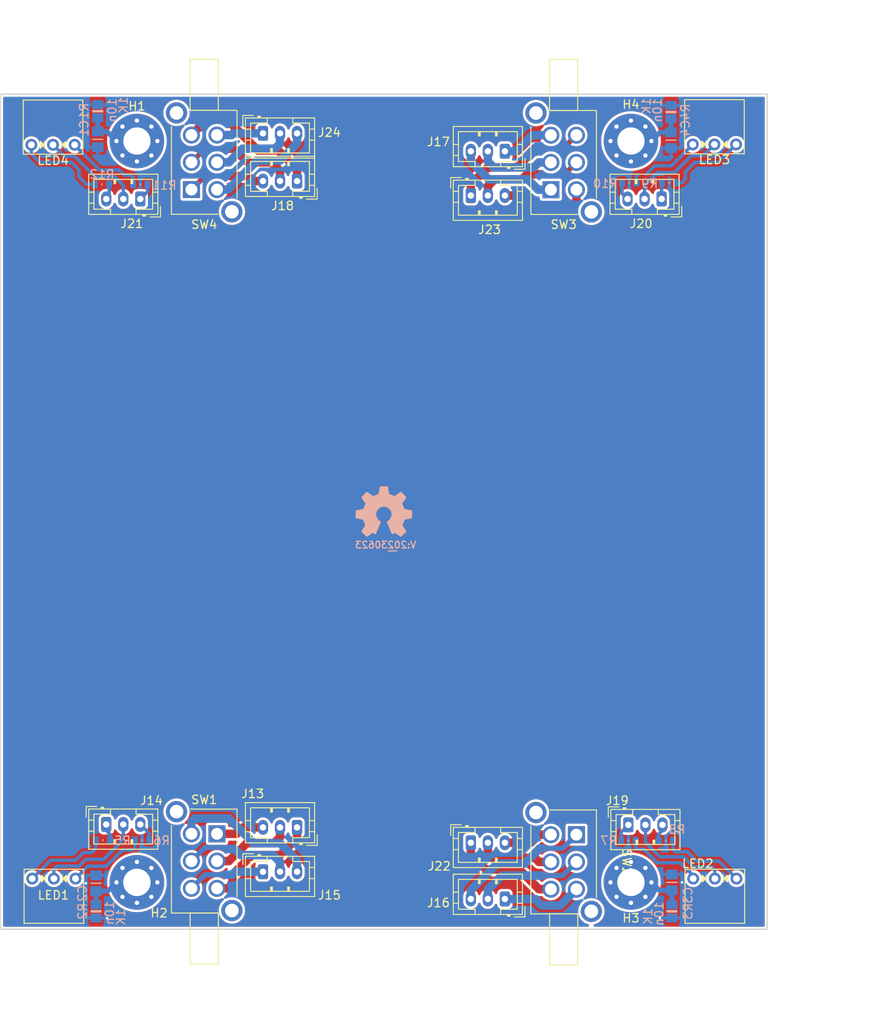
<source format=kicad_pcb>
(kicad_pcb (version 20221018) (generator pcbnew)
  (layers (0 "F.Cu" signal) (31 "B.Cu" signal) (34 "B.Paste" user) (35 "F.Paste" user) (36 "B.SilkS" user "B.Silkscreen") (37 "F.SilkS" user "F.Silkscreen") (38 "B.Mask" user) (39 "F.Mask" user) (44 "Edge.Cuts" user))
  (net 0 "")
  (net 1 "GND")
  (net 2 "Net-(C1-Pad1)")
  (net 3 "Net-(C2-Pad1)")
  (net 4 "Net-(C3-Pad1)")
  (net 5 "Net-(C4-Pad1)")
  (net 6 "Net-(J13-Pad1)")
  (net 7 "Net-(J13-Pad2)")
  (net 8 "Net-(J13-Pad3)")
  (net 9 "Net-(J14-Pad1)")
  (net 10 "Net-(J14-Pad2)")
  (net 11 "Net-(J14-Pad3)")
  (net 12 "Net-(J15-Pad1)")
  (net 13 "Net-(J15-Pad2)")
  (net 14 "Net-(J15-Pad3)")
  (net 15 "Net-(LED1-Pad1)")
  (net 16 "Net-(LED1-Pad3)")
  (net 17 "Net-(J16-Pad1)")
  (net 18 "Net-(J16-Pad2)")
  (net 19 "Net-(J16-Pad3)")
  (net 20 "Net-(J17-Pad1)")
  (net 21 "Net-(J17-Pad2)")
  (net 22 "Net-(J17-Pad3)")
  (net 23 "Net-(J18-Pad1)")
  (net 24 "Net-(J18-Pad2)")
  (net 25 "Net-(J18-Pad3)")
  (net 26 "Net-(J19-Pad1)")
  (net 27 "Net-(J19-Pad2)")
  (net 28 "Net-(J19-Pad3)")
  (net 29 "Net-(J20-Pad1)")
  (net 30 "Net-(J20-Pad2)")
  (net 31 "Net-(J20-Pad3)")
  (net 32 "Net-(J21-Pad1)")
  (net 33 "Net-(J21-Pad2)")
  (net 34 "Net-(J21-Pad3)")
  (net 35 "Net-(J22-Pad1)")
  (net 36 "Net-(J22-Pad2)")
  (net 37 "Net-(J22-Pad3)")
  (net 38 "Net-(J23-Pad1)")
  (net 39 "Net-(J23-Pad2)")
  (net 40 "Net-(J23-Pad3)")
  (net 41 "Net-(J24-Pad1)")
  (net 42 "Net-(J24-Pad2)")
  (net 43 "Net-(J24-Pad3)")
  (net 44 "Net-(LED2-Pad1)")
  (net 45 "Net-(LED2-Pad3)")
  (net 46 "Net-(LED3-Pad1)")
  (net 47 "Net-(LED3-Pad3)")
  (net 48 "Net-(LED4-Pad1)")
  (net 49 "Net-(LED4-Pad3)")
  (footprint "MountingHole:MountingHole_3.2mm_M3_Pad_Via" (layer "F.Cu") (at 129.5 48)
    (fp_text reference "H1" (at 0 -4.1) (layer "F.SilkS"))
    (fp_text value "M3")
    (pad "1" thru_hole circle (at -2.4 0) (size 0.8 0.8) (drill 0.5) (layers "*.Cu" "*.Mask") (net 2 "Net-(C1-Pad1)"))
    (pad "1" thru_hole circle (at -1.697056 -1.697056) (size 0.8 0.8) (drill 0.5) (layers "*.Cu" "*.Mask") (net 2 "Net-(C1-Pad1)"))
    (pad "1" thru_hole circle (at -1.697056 1.697056) (size 0.8 0.8) (drill 0.5) (layers "*.Cu" "*.Mask") (net 2 "Net-(C1-Pad1)"))
    (pad "1" thru_hole circle (at 0 -2.4) (size 0.8 0.8) (drill 0.5) (layers "*.Cu" "*.Mask") (net 2 "Net-(C1-Pad1)"))
    (pad "1" thru_hole circle (at 0 0) (size 6.4 6.4) (drill 3.2) (layers "*.Cu" "*.Mask") (net 2 "Net-(C1-Pad1)"))
    (pad "1" thru_hole circle (at 0 2.4) (size 0.8 0.8) (drill 0.5) (layers "*.Cu" "*.Mask") (net 2 "Net-(C1-Pad1)"))
    (pad "1" thru_hole circle (at 1.697056 -1.697056) (size 0.8 0.8) (drill 0.5) (layers "*.Cu" "*.Mask") (net 2 "Net-(C1-Pad1)"))
    (pad "1" thru_hole circle (at 1.697056 1.697056) (size 0.8 0.8) (drill 0.5) (layers "*.Cu" "*.Mask") (net 2 "Net-(C1-Pad1)"))
    (pad "1" thru_hole circle (at 2.4 0) (size 0.8 0.8) (drill 0.5) (layers "*.Cu" "*.Mask") (net 2 "Net-(C1-Pad1)"))
  )
  (footprint "MountingHole:MountingHole_3.2mm_M3_Pad_Via" (layer "F.Cu") (at 129.5 135)
    (fp_text reference "H2" (at 2.6 3.6) (layer "F.SilkS"))
    (fp_text value "M3")
    (pad "1" thru_hole circle (at -2.4 0) (size 0.8 0.8) (drill 0.5) (layers "*.Cu" "*.Mask") (net 3 "Net-(C2-Pad1)"))
    (pad "1" thru_hole circle (at -1.697056 -1.697056) (size 0.8 0.8) (drill 0.5) (layers "*.Cu" "*.Mask") (net 3 "Net-(C2-Pad1)"))
    (pad "1" thru_hole circle (at -1.697056 1.697056) (size 0.8 0.8) (drill 0.5) (layers "*.Cu" "*.Mask") (net 3 "Net-(C2-Pad1)"))
    (pad "1" thru_hole circle (at 0 -2.4) (size 0.8 0.8) (drill 0.5) (layers "*.Cu" "*.Mask") (net 3 "Net-(C2-Pad1)"))
    (pad "1" thru_hole circle (at 0 0) (size 6.4 6.4) (drill 3.2) (layers "*.Cu" "*.Mask") (net 3 "Net-(C2-Pad1)"))
    (pad "1" thru_hole circle (at 0 0) (size 6.4 6.4) (drill 3.2) (layers "*.Cu" "*.Mask") (net 3 "Net-(C2-Pad1)"))
    (pad "1" thru_hole circle (at 0 2.4) (size 0.8 0.8) (drill 0.5) (layers "*.Cu" "*.Mask") (net 3 "Net-(C2-Pad1)"))
    (pad "1" thru_hole circle (at 1.697056 -1.697056) (size 0.8 0.8) (drill 0.5) (layers "*.Cu" "*.Mask") (net 3 "Net-(C2-Pad1)"))
    (pad "1" thru_hole circle (at 1.697056 1.697056) (size 0.8 0.8) (drill 0.5) (layers "*.Cu" "*.Mask") (net 3 "Net-(C2-Pad1)"))
    (pad "1" thru_hole circle (at 2.4 0) (size 0.8 0.8) (drill 0.5) (layers "*.Cu" "*.Mask") (net 3 "Net-(C2-Pad1)"))
  )
  (footprint "MountingHole:MountingHole_3.2mm_M3_Pad_Via" (layer "F.Cu") (at 187.5 135)
    (fp_text reference "H3" (at 0 4.2) (layer "F.SilkS"))
    (fp_text value "M3")
    (pad "1" thru_hole circle (at -2.4 0) (size 0.8 0.8) (drill 0.5) (layers "*.Cu" "*.Mask") (net 4 "Net-(C3-Pad1)"))
    (pad "1" thru_hole circle (at -1.697056 -1.697056) (size 0.8 0.8) (drill 0.5) (layers "*.Cu" "*.Mask") (net 4 "Net-(C3-Pad1)"))
    (pad "1" thru_hole circle (at -1.697056 1.697056) (size 0.8 0.8) (drill 0.5) (layers "*.Cu" "*.Mask") (net 4 "Net-(C3-Pad1)"))
    (pad "1" thru_hole circle (at 0 -2.4) (size 0.8 0.8) (drill 0.5) (layers "*.Cu" "*.Mask") (net 4 "Net-(C3-Pad1)"))
    (pad "1" thru_hole circle (at 0 0) (size 6.4 6.4) (drill 3.2) (layers "*.Cu" "*.Mask") (net 4 "Net-(C3-Pad1)"))
    (pad "1" thru_hole circle (at 0 0) (size 6.4 6.4) (drill 3.2) (layers "*.Cu" "*.Mask") (net 4 "Net-(C3-Pad1)"))
    (pad "1" thru_hole circle (at 0 2.4) (size 0.8 0.8) (drill 0.5) (layers "*.Cu" "*.Mask") (net 4 "Net-(C3-Pad1)"))
    (pad "1" thru_hole circle (at 1.697056 -1.697056) (size 0.8 0.8) (drill 0.5) (layers "*.Cu" "*.Mask") (net 4 "Net-(C3-Pad1)"))
    (pad "1" thru_hole circle (at 1.697056 1.697056) (size 0.8 0.8) (drill 0.5) (layers "*.Cu" "*.Mask") (net 4 "Net-(C3-Pad1)"))
    (pad "1" thru_hole circle (at 2.4 0) (size 0.8 0.8) (drill 0.5) (layers "*.Cu" "*.Mask") (net 4 "Net-(C3-Pad1)"))
  )
  (footprint "MountingHole:MountingHole_3.2mm_M3_Pad_Via" (layer "F.Cu") (at 187.5 48)
    (fp_text reference "H4" (at 0 -4.3) (layer "F.SilkS"))
    (fp_text value "M3")
    (pad "1" thru_hole circle (at -2.4 0) (size 0.8 0.8) (drill 0.5) (layers "*.Cu" "*.Mask") (net 5 "Net-(C4-Pad1)"))
    (pad "1" thru_hole circle (at -1.697056 -1.697056) (size 0.8 0.8) (drill 0.5) (layers "*.Cu" "*.Mask") (net 5 "Net-(C4-Pad1)"))
    (pad "1" thru_hole circle (at -1.697056 1.697056) (size 0.8 0.8) (drill 0.5) (layers "*.Cu" "*.Mask") (net 5 "Net-(C4-Pad1)"))
    (pad "1" thru_hole circle (at 0 -2.4) (size 0.8 0.8) (drill 0.5) (layers "*.Cu" "*.Mask") (net 5 "Net-(C4-Pad1)"))
    (pad "1" thru_hole circle (at 0 0) (size 6.4 6.4) (drill 3.2) (layers "*.Cu" "*.Mask") (net 5 "Net-(C4-Pad1)"))
    (pad "1" thru_hole circle (at 0 2.4) (size 0.8 0.8) (drill 0.5) (layers "*.Cu" "*.Mask") (net 5 "Net-(C4-Pad1)"))
    (pad "1" thru_hole circle (at 1.697056 -1.697056) (size 0.8 0.8) (drill 0.5) (layers "*.Cu" "*.Mask") (net 5 "Net-(C4-Pad1)"))
    (pad "1" thru_hole circle (at 1.697056 1.697056) (size 0.8 0.8) (drill 0.5) (layers "*.Cu" "*.Mask") (net 5 "Net-(C4-Pad1)"))
    (pad "1" thru_hole circle (at 2.4 0) (size 0.8 0.8) (drill 0.5) (layers "*.Cu" "*.Mask") (net 5 "Net-(C4-Pad1)"))
  )
  (footprint "Connector_JST:JST_PH_B3B-PH-K_1x03_P2.00mm_Vertical" (layer "F.Cu") (at 129.9 54.8 180)
    (fp_text reference "J21" (at 1 -2.9) (layer "F.SilkS"))
    (fp_text value "Conn_01x03")
    (pad "1" thru_hole roundrect (at 0 0 180) (size 1.2 1.75) (drill 0.75) (layers "*.Cu" "*.Mask") (roundrect_rratio 0.208333) (net 32 "Net-(J21-Pad1)"))
    (pad "2" thru_hole oval (at 2 0 180) (size 1.2 1.75) (drill 0.75) (layers "*.Cu" "*.Mask") (net 33 "Net-(J21-Pad2)"))
    (pad "3" thru_hole oval (at 4 0 180) (size 1.2 1.75) (drill 0.75) (layers "*.Cu" "*.Mask") (net 34 "Net-(J21-Pad3)"))
  )
  (footprint "Connector_JST:JST_PH_B3B-PH-K_1x03_P2.00mm_Vertical" (layer "F.Cu") (at 125.9 128.2)
    (fp_text reference "J14" (at 5.3 -2.8) (layer "F.SilkS"))
    (fp_text value "Conn_01x03")
    (pad "1" thru_hole roundrect (at 0 0) (size 1.2 1.75) (drill 0.75) (layers "*.Cu" "*.Mask") (roundrect_rratio 0.208333) (net 9 "Net-(J14-Pad1)"))
    (pad "2" thru_hole oval (at 2 0) (size 1.2 1.75) (drill 0.75) (layers "*.Cu" "*.Mask") (net 10 "Net-(J14-Pad2)"))
    (pad "3" thru_hole oval (at 4 0) (size 1.2 1.75) (drill 0.75) (layers "*.Cu" "*.Mask") (net 11 "Net-(J14-Pad3)"))
  )
  (footprint "SquantorDiodes:LED_DUAL_TH245_90deg" (layer "F.Cu") (at 197.35 134.5575)
    (fp_text reference "LED2" (at -2 -1.7575 unlocked) (layer "F.SilkS"))
    (fp_text value "LED_Dual_CC")
    (pad "1" thru_hole circle (at -2.54 0) (size 1.4 1.4) (drill 0.8) (layers "*.Cu" "*.Mask") (net 44 "Net-(LED2-Pad1)"))
    (pad "2" thru_hole circle (at 0 0) (size 1.4 1.4) (drill 0.8) (layers "*.Cu" "*.Mask") (net 27 "Net-(J19-Pad2)"))
    (pad "3" thru_hole circle (at 2.54 0) (size 1.4 1.4) (drill 0.8) (layers "*.Cu" "*.Mask") (net 45 "Net-(LED2-Pad3)"))
  )
  (footprint "Connector_JST:JST_PH_B3B-PH-K_1x03_P2.00mm_Vertical" (layer "F.Cu") (at 144.3 133.75)
    (fp_text reference "J15" (at 7.8 2.75) (layer "F.SilkS"))
    (fp_text value "Conn_01x03")
    (pad "1" thru_hole roundrect (at 0 0) (size 1.2 1.75) (drill 0.75) (layers "*.Cu" "*.Mask") (roundrect_rratio 0.208333) (net 12 "Net-(J15-Pad1)"))
    (pad "2" thru_hole oval (at 2 0) (size 1.2 1.75) (drill 0.75) (layers "*.Cu" "*.Mask") (net 13 "Net-(J15-Pad2)"))
    (pad "3" thru_hole oval (at 4 0) (size 1.2 1.75) (drill 0.75) (layers "*.Cu" "*.Mask") (net 14 "Net-(J15-Pad3)"))
  )
  (footprint "SquantorDiodes:LED_DUAL_TH245_90deg" (layer "F.Cu") (at 119.65 48.4425 180)
    (fp_text reference "LED4" (at 0 -1.8575 unlocked) (layer "F.SilkS"))
    (fp_text value "LED_Dual_CC")
    (pad "1" thru_hole circle (at -2.54 0 180) (size 1.4 1.4) (drill 0.8) (layers "*.Cu" "*.Mask") (net 48 "Net-(LED4-Pad1)"))
    (pad "2" thru_hole circle (at 0 0 180) (size 1.4 1.4) (drill 0.8) (layers "*.Cu" "*.Mask") (net 33 "Net-(J21-Pad2)"))
    (pad "3" thru_hole circle (at 2.54 0 180) (size 1.4 1.4) (drill 0.8) (layers "*.Cu" "*.Mask") (net 49 "Net-(LED4-Pad3)"))
  )
  (footprint "Connector_JST:JST_PH_B3B-PH-K_1x03_P2.00mm_Vertical" (layer "F.Cu") (at 191.1 54.8 180)
    (fp_text reference "J20" (at 2.4 -2.9) (layer "F.SilkS"))
    (fp_text value "Conn_01x03")
    (pad "1" thru_hole roundrect (at 0 0 180) (size 1.2 1.75) (drill 0.75) (layers "*.Cu" "*.Mask") (roundrect_rratio 0.208333) (net 29 "Net-(J20-Pad1)"))
    (pad "2" thru_hole oval (at 2 0 180) (size 1.2 1.75) (drill 0.75) (layers "*.Cu" "*.Mask") (net 30 "Net-(J20-Pad2)"))
    (pad "3" thru_hole oval (at 4 0 180) (size 1.2 1.75) (drill 0.75) (layers "*.Cu" "*.Mask") (net 31 "Net-(J20-Pad3)"))
  )
  (footprint "Connector_JST:JST_PH_B3B-PH-K_1x03_P2.00mm_Vertical" (layer "F.Cu") (at 187.2 128.25)
    (fp_text reference "J19" (at -1.3 -2.85) (layer "F.SilkS"))
    (fp_text value "Conn_01x03")
    (pad "1" thru_hole roundrect (at 0 0) (size 1.2 1.75) (drill 0.75) (layers "*.Cu" "*.Mask") (roundrect_rratio 0.208333) (net 26 "Net-(J19-Pad1)"))
    (pad "2" thru_hole oval (at 2 0) (size 1.2 1.75) (drill 0.75) (layers "*.Cu" "*.Mask") (net 27 "Net-(J19-Pad2)"))
    (pad "3" thru_hole oval (at 4 0) (size 1.2 1.75) (drill 0.75) (layers "*.Cu" "*.Mask") (net 28 "Net-(J19-Pad3)"))
  )
  (footprint "Connector_JST:JST_PH_B3B-PH-K_1x03_P2.00mm_Vertical" (layer "F.Cu") (at 144.3 47.1)
    (fp_text reference "J24" (at 7.8 -0.1) (layer "F.SilkS"))
    (fp_text value "Conn_01x03")
    (pad "1" thru_hole roundrect (at 0 0) (size 1.2 1.75) (drill 0.75) (layers "*.Cu" "*.Mask") (roundrect_rratio 0.208333) (net 41 "Net-(J24-Pad1)"))
    (pad "2" thru_hole oval (at 2 0) (size 1.2 1.75) (drill 0.75) (layers "*.Cu" "*.Mask") (net 42 "Net-(J24-Pad2)"))
    (pad "3" thru_hole oval (at 4 0) (size 1.2 1.75) (drill 0.75) (layers "*.Cu" "*.Mask") (net 43 "Net-(J24-Pad3)"))
  )
  (footprint "SquantorDiodes:LED_DUAL_TH245_90deg" (layer "F.Cu") (at 119.75 134.5575)
    (fp_text reference "LED1" (at -0.05 1.9425 unlocked) (layer "F.SilkS"))
    (fp_text value "LED_Dual_CC")
    (pad "1" thru_hole circle (at -2.54 0) (size 1.4 1.4) (drill 0.8) (layers "*.Cu" "*.Mask") (net 15 "Net-(LED1-Pad1)"))
    (pad "2" thru_hole circle (at 0 0) (size 1.4 1.4) (drill 0.8) (layers "*.Cu" "*.Mask") (net 10 "Net-(J14-Pad2)"))
    (pad "3" thru_hole circle (at 2.54 0) (size 1.4 1.4) (drill 0.8) (layers "*.Cu" "*.Mask") (net 16 "Net-(LED1-Pad3)"))
  )
  (footprint "Connector_JST:JST_PH_B3B-PH-K_1x03_P2.00mm_Vertical" (layer "F.Cu") (at 172.7 136.95 180)
    (fp_text reference "J16" (at 7.8 -0.45) (layer "F.SilkS"))
    (fp_text value "Conn_01x03")
    (pad "1" thru_hole roundrect (at 0 0 180) (size 1.2 1.75) (drill 0.75) (layers "*.Cu" "*.Mask") (roundrect_rratio 0.208333) (net 17 "Net-(J16-Pad1)"))
    (pad "2" thru_hole oval (at 2 0 180) (size 1.2 1.75) (drill 0.75) (layers "*.Cu" "*.Mask") (net 18 "Net-(J16-Pad2)"))
    (pad "3" thru_hole oval (at 4 0 180) (size 1.2 1.75) (drill 0.75) (layers "*.Cu" "*.Mask") (net 19 "Net-(J16-Pad3)"))
  )
  (footprint "Connector_JST:JST_PH_B3B-PH-K_1x03_P2.00mm_Vertical" (layer "F.Cu") (at 148.3 128.55 180)
    (fp_text reference "J13" (at 5.2 3.95) (layer "F.SilkS"))
    (fp_text value "Conn_01x03")
    (pad "1" thru_hole roundrect (at 0 0 180) (size 1.2 1.75) (drill 0.75) (layers "*.Cu" "*.Mask") (roundrect_rratio 0.208333) (net 6 "Net-(J13-Pad1)"))
    (pad "2" thru_hole oval (at 2 0 180) (size 1.2 1.75) (drill 0.75) (layers "*.Cu" "*.Mask") (net 7 "Net-(J13-Pad2)"))
    (pad "3" thru_hole oval (at 4 0 180) (size 1.2 1.75) (drill 0.75) (layers "*.Cu" "*.Mask") (net 8 "Net-(J13-Pad3)"))
  )
  (footprint "SquantorSwitches:PS-22F02" (layer "F.Cu") (at 179.6 50.5125 90)
    (fp_text reference "SW3" (at -7.2875 0 unlocked) (layer "F.SilkS"))
    (fp_text value "switch_DPDT")
    (pad "1" thru_hole rect (at -3.2 -1.5 90) (size 2 2) (drill 1.4) (layers "*.Cu" "*.Mask") (net 22 "Net-(J17-Pad3)"))
    (pad "2" thru_hole circle (at 0 -1.5 90) (size 2 2) (drill 1.4) (layers "*.Cu" "*.Mask") (net 21 "Net-(J17-Pad2)"))
    (pad "3" thru_hole circle (at 3.2 -1.5 90) (size 2 2) (drill 1.4) (layers "*.Cu" "*.Mask") (net 20 "Net-(J17-Pad1)"))
    (pad "4" thru_hole circle (at 3.2 1.5 90) (size 2 2) (drill 1.4) (layers "*.Cu" "*.Mask") (net 38 "Net-(J23-Pad1)"))
    (pad "5" thru_hole circle (at 0 1.5 90) (size 2 2) (drill 1.4) (layers "*.Cu" "*.Mask") (net 39 "Net-(J23-Pad2)"))
    (pad "6" thru_hole circle (at -3.2 1.5 90) (size 2 2) (drill 1.4) (layers "*.Cu" "*.Mask") (net 40 "Net-(J23-Pad3)"))
    (pad "S" thru_hole circle (at -5.8 3.25 90) (size 2.5 2.5) (drill 1.6) (layers "*.Cu" "*.Mask"))
    (pad "S" thru_hole circle (at 5.8 -3.25 90) (size 2.5 2.5) (drill 1.6) (layers "*.Cu" "*.Mask"))
  )
  (footprint "Connector_JST:JST_PH_B3B-PH-K_1x03_P2.00mm_Vertical" (layer "F.Cu") (at 148.3 52.7 180)
    (fp_text reference "J18" (at 1.7 -2.9) (layer "F.SilkS"))
    (fp_text value "Conn_01x03")
    (pad "1" thru_hole roundrect (at 0 0 180) (size 1.2 1.75) (drill 0.75) (layers "*.Cu" "*.Mask") (roundrect_rratio 0.208333) (net 23 "Net-(J18-Pad1)"))
    (pad "2" thru_hole oval (at 2 0 180) (size 1.2 1.75) (drill 0.75) (layers "*.Cu" "*.Mask") (net 24 "Net-(J18-Pad2)"))
    (pad "3" thru_hole oval (at 4 0 180) (size 1.2 1.75) (drill 0.75) (layers "*.Cu" "*.Mask") (net 25 "Net-(J18-Pad3)"))
  )
  (footprint "Connector_JST:JST_PH_B3B-PH-K_1x03_P2.00mm_Vertical" (layer "F.Cu") (at 168.7 130.35)
    (fp_text reference "J22" (at -3.7 2.75) (layer "F.SilkS"))
    (fp_text value "Conn_01x03")
    (pad "1" thru_hole roundrect (at 0 0) (size 1.2 1.75) (drill 0.75) (layers "*.Cu" "*.Mask") (roundrect_rratio 0.208333) (net 35 "Net-(J22-Pad1)"))
    (pad "2" thru_hole oval (at 2 0) (size 1.2 1.75) (drill 0.75) (layers "*.Cu" "*.Mask") (net 36 "Net-(J22-Pad2)"))
    (pad "3" thru_hole oval (at 4 0) (size 1.2 1.75) (drill 0.75) (layers "*.Cu" "*.Mask") (net 37 "Net-(J22-Pad3)"))
  )
  (footprint "Connector_JST:JST_PH_B3B-PH-K_1x03_P2.00mm_Vertical" (layer "F.Cu") (at 168.7 54.4)
    (fp_text reference "J23" (at 2.2 4) (layer "F.SilkS"))
    (fp_text value "Conn_01x03")
    (pad "1" thru_hole roundrect (at 0 0) (size 1.2 1.75) (drill 0.75) (layers "*.Cu" "*.Mask") (roundrect_rratio 0.208333) (net 38 "Net-(J23-Pad1)"))
    (pad "2" thru_hole oval (at 2 0) (size 1.2 1.75) (drill 0.75) (layers "*.Cu" "*.Mask") (net 39 "Net-(J23-Pad2)"))
    (pad "3" thru_hole oval (at 4 0) (size 1.2 1.75) (drill 0.75) (layers "*.Cu" "*.Mask") (net 40 "Net-(J23-Pad3)"))
  )
  (footprint "SquantorSwitches:PS-22F02" (layer "F.Cu") (at 137.4 132.5 -90)
    (fp_text reference "SW1" (at -7.2 0 unlocked) (layer "F.SilkS"))
    (fp_text value "switch_DPDT")
    (pad "1" thru_hole rect (at -3.2 -1.5 270) (size 2 2) (drill 1.4) (layers "*.Cu" "*.Mask") (net 8 "Net-(J13-Pad3)"))
    (pad "2" thru_hole circle (at 0 -1.5 270) (size 2 2) (drill 1.4) (layers "*.Cu" "*.Mask") (net 7 "Net-(J13-Pad2)"))
    (pad "3" thru_hole circle (at 3.2 -1.5 270) (size 2 2) (drill 1.4) (layers "*.Cu" "*.Mask") (net 6 "Net-(J13-Pad1)"))
    (pad "4" thru_hole circle (at 3.2 1.5 270) (size 2 2) (drill 1.4) (layers "*.Cu" "*.Mask") (net 12 "Net-(J15-Pad1)"))
    (pad "5" thru_hole circle (at 0 1.5 270) (size 2 2) (drill 1.4) (layers "*.Cu" "*.Mask") (net 13 "Net-(J15-Pad2)"))
    (pad "6" thru_hole circle (at -3.2 1.5 270) (size 2 2) (drill 1.4) (layers "*.Cu" "*.Mask") (net 14 "Net-(J15-Pad3)"))
    (pad "S" thru_hole circle (at -5.8 3.25 270) (size 2.5 2.5) (drill 1.6) (layers "*.Cu" "*.Mask"))
    (pad "S" thru_hole circle (at 5.8 -3.25 270) (size 2.5 2.5) (drill 1.6) (layers "*.Cu" "*.Mask"))
  )
  (footprint "SquantorDiodes:LED_DUAL_TH245_90deg" (layer "F.Cu") (at 197.3 48.4 180)
    (fp_text reference "LED3" (at 0 -1.8 unlocked) (layer "F.SilkS"))
    (fp_text value "LED_Dual_CC")
    (pad "1" thru_hole circle (at -2.54 0 180) (size 1.4 1.4) (drill 0.8) (layers "*.Cu" "*.Mask") (net 46 "Net-(LED3-Pad1)"))
    (pad "2" thru_hole circle (at 0 0 180) (size 1.4 1.4) (drill 0.8) (layers "*.Cu" "*.Mask") (net 30 "Net-(J20-Pad2)"))
    (pad "3" thru_hole circle (at 2.54 0 180) (size 1.4 1.4) (drill 0.8) (layers "*.Cu" "*.Mask") (net 47 "Net-(LED3-Pad3)"))
  )
  (footprint "SquantorSwitches:PS-22F02" (layer "F.Cu") (at 137.4 50.5 90)
    (fp_text reference "SW4" (at -7.3 0 unlocked) (layer "F.SilkS"))
    (fp_text value "switch_DPDT")
    (pad "1" thru_hole rect (at -3.2 -1.5 90) (size 2 2) (drill 1.4) (layers "*.Cu" "*.Mask") (net 25 "Net-(J18-Pad3)"))
    (pad "2" thru_hole circle (at 0 -1.5 90) (size 2 2) (drill 1.4) (layers "*.Cu" "*.Mask") (net 24 "Net-(J18-Pad2)"))
    (pad "3" thru_hole circle (at 3.2 -1.5 90) (size 2 2) (drill 1.4) (layers "*.Cu" "*.Mask") (net 23 "Net-(J18-Pad1)"))
    (pad "4" thru_hole circle (at 3.2 1.5 90) (size 2 2) (drill 1.4) (layers "*.Cu" "*.Mask") (net 41 "Net-(J24-Pad1)"))
    (pad "5" thru_hole circle (at 0 1.5 90) (size 2 2) (drill 1.4) (layers "*.Cu" "*.Mask") (net 42 "Net-(J24-Pad2)"))
    (pad "6" thru_hole circle (at -3.2 1.5 90) (size 2 2) (drill 1.4) (layers "*.Cu" "*.Mask") (net 43 "Net-(J24-Pad3)"))
    (pad "S" thru_hole circle (at -5.8 3.25 90) (size 2.5 2.5) (drill 1.6) (layers "*.Cu" "*.Mask"))
    (pad "S" thru_hole circle (at 5.8 -3.25 90) (size 2.5 2.5) (drill 1.6) (layers "*.Cu" "*.Mask"))
  )
  (footprint "Connector_JST:JST_PH_B3B-PH-K_1x03_P2.00mm_Vertical" (layer "F.Cu") (at 172.7 49.2 180)
    (fp_text reference "J17" (at 7.8 1.1) (layer "F.SilkS"))
    (fp_text value "Conn_01x03")
    (pad "1" thru_hole roundrect (at 0 0 180) (size 1.2 1.75) (drill 0.75) (layers "*.Cu" "*.Mask") (roundrect_rratio 0.208333) (net 20 "Net-(J17-Pad1)"))
    (pad "2" thru_hole oval (at 2 0 180) (size 1.2 1.75) (drill 0.75) (layers "*.Cu" "*.Mask") (net 21 "Net-(J17-Pad2)"))
    (pad "3" thru_hole oval (at 4 0 180) (size 1.2 1.75) (drill 0.75) (layers "*.Cu" "*.Mask") (net 22 "Net-(J17-Pad3)"))
  )
  (footprint "SquantorSwitches:PS-22F02" (layer "F.Cu") (at 179.6 132.6 -90)
    (fp_text reference "SW2" (at 0 -7.4 -90 unlocked) (layer "F.SilkS"))
    (fp_text value "switch_DPDT")
    (pad "1" thru_hole rect (at -3.2 -1.5 270) (size 2 2) (drill 1.4) (layers "*.Cu" "*.Mask") (net 19 "Net-(J16-Pad3)"))
    (pad "2" thru_hole circle (at 0 -1.5 270) (size 2 2) (drill 1.4) (layers "*.Cu" "*.Mask") (net 18 "Net-(J16-Pad2)"))
    (pad "3" thru_hole circle (at 3.2 -1.5 270) (size 2 2) (drill 1.4) (layers "*.Cu" "*.Mask") (net 17 "Net-(J16-Pad1)"))
    (pad "4" thru_hole circle (at 3.2 1.5 270) (size 2 2) (drill 1.4) (layers "*.Cu" "*.Mask") (net 35 "Net-(J22-Pad1)"))
    (pad "5" thru_hole circle (at 0 1.5 270) (size 2 2) (drill 1.4) (layers "*.Cu" "*.Mask") (net 36 "Net-(J22-Pad2)"))
    (pad "6" thru_hole circle (at -3.2 1.5 270) (size 2 2) (drill 1.4) (layers "*.Cu" "*.Mask") (net 37 "Net-(J22-Pad3)"))
    (pad "S" thru_hole circle (at -5.8 3.25 270) (size 2.5 2.5) (drill 1.6) (layers "*.Cu" "*.Mask"))
    (pad "S" thru_hole circle (at 5.8 -3.25 270) (size 2.5 2.5) (drill 1.6) (layers "*.Cu" "*.Mask"))
  )
  (footprint "Symbols:OSHW-Symbol_6.7x6mm_SilkScreen" (layer "B.Cu") (at 158.5 91.5 180)
    (fp_text reference "N1" hide)
    (fp_text value "OHWLOGO" hide)
  )
  (footprint "SquantorLabels:Label_Generic" (layer "B.Cu") (at 159.5 95.5 180)
    (fp_text reference "N2" hide)
    (fp_text value "V:20230623" (at 0.8 0.1) (layer "B.SilkS") (effects (font (size 0.8 0.8)) (justify mirror)))
  )
  (footprint "SquantorRcl:R_0603_hand" (layer "B.Cu") (at 129.9 53.1)
    (fp_text reference "R11" (at 2.8 0.1) (layer "B.SilkS") (effects (justify mirror)))
    (fp_text value "R")
    (pad "1" smd roundrect (at -0.85 0) (size 0.7 0.9) (layers "B.Cu" "B.Paste" "B.Mask") (roundrect_rratio 0.1428571429) (net 48 "Net-(LED4-Pad1)"))
    (pad "2" smd roundrect (at 0.85 0) (size 0.7 0.9) (layers "B.Cu" "B.Paste" "B.Mask") (roundrect_rratio 0.1428571429) (net 32 "Net-(J21-Pad1)"))
  )
  (footprint "SquantorRcl:R_0603_hand" (layer "B.Cu") (at 125.4 53.1)
    (fp_text reference "R12" (at 0 -1.2) (layer "B.SilkS") (effects (justify mirror)))
    (fp_text value "R")
    (pad "1" smd roundrect (at -0.85 0) (size 0.7 0.9) (layers "B.Cu" "B.Paste" "B.Mask") (roundrect_rratio 0.1428571429) (net 49 "Net-(LED4-Pad3)"))
    (pad "2" smd roundrect (at 0.85 0) (size 0.7 0.9) (layers "B.Cu" "B.Paste" "B.Mask") (roundrect_rratio 0.1428571429) (net 34 "Net-(J21-Pad3)"))
  )
  (footprint "SquantorRcl:R_0805+0603" (layer "B.Cu") (at 192.3 138.4 -90)
    (fp_text reference "R3" (at 0 -1.9 90) (layer "B.SilkS") (effects (justify mirror)))
    (fp_text value "1K" (at 0.6 2.8 90) (layer "B.SilkS") (effects (justify mirror)))
    (pad "1" smd rect (at -0.775 0 270) (size 1.05 1.3) (layers "B.Cu" "B.Paste" "B.Mask") (net 4 "Net-(C3-Pad1)"))
    (pad "2" smd rect (at 0.775 0 270) (size 1.05 1.3) (layers "B.Cu" "B.Paste" "B.Mask") (net 1 "GND"))
  )
  (footprint "SquantorRcl:R_0603_hand" (layer "B.Cu") (at 192 52.9 180)
    (fp_text reference "R9" (at 2.3 -0.1) (layer "B.SilkS") (effects (justify mirror)))
    (fp_text value "R")
    (pad "1" smd roundrect (at -0.85 0 180) (size 0.7 0.9) (layers "B.Cu" "B.Paste" "B.Mask") (roundrect_rratio 0.1428571429) (net 46 "Net-(LED3-Pad1)"))
    (pad "2" smd roundrect (at 0.85 0 180) (size 0.7 0.9) (layers "B.Cu" "B.Paste" "B.Mask") (roundrect_rratio 0.1428571429) (net 29 "Net-(J20-Pad1)"))
  )
  (footprint "SquantorRcl:R_0603_hand" (layer "B.Cu") (at 191.6 130.1 180)
    (fp_text reference "R8" (at -1.3 1.3) (layer "B.SilkS") (effects (justify mirror)))
    (fp_text value "R")
    (pad "1" smd roundrect (at -0.85 0 180) (size 0.7 0.9) (layers "B.Cu" "B.Paste" "B.Mask") (roundrect_rratio 0.1428571429) (net 45 "Net-(LED2-Pad3)"))
    (pad "2" smd roundrect (at 0.85 0 180) (size 0.7 0.9) (layers "B.Cu" "B.Paste" "B.Mask") (roundrect_rratio 0.1428571429) (net 28 "Net-(J19-Pad3)"))
  )
  (footprint "SquantorRcl:R_0603_hand" (layer "B.Cu") (at 130.1 130.05)
    (fp_text reference "R6" (at 2.3 0.05) (layer "B.SilkS") (effects (justify mirror)))
    (fp_text value "R")
    (pad "1" smd roundrect (at -0.85 0) (size 0.7 0.9) (layers "B.Cu" "B.Paste" "B.Mask") (roundrect_rratio 0.1428571429) (net 16 "Net-(LED1-Pad3)"))
    (pad "2" smd roundrect (at 0.85 0) (size 0.7 0.9) (layers "B.Cu" "B.Paste" "B.Mask") (roundrect_rratio 0.1428571429) (net 11 "Net-(J14-Pad3)"))
  )
  (footprint "SquantorRcl:C_0805+0603" (layer "B.Cu") (at 192.3 135 90)
    (fp_text reference "C3" (at -1.5 1.9 90) (layer "B.SilkS") (effects (justify mirror)))
    (fp_text value "10n" (at -3.7 -1.5 90) (layer "B.SilkS") (effects (justify mirror)))
    (pad "1" smd rect (at -0.925 0 90) (size 1.15 1.35) (layers "B.Cu" "B.Paste" "B.Mask") (net 4 "Net-(C3-Pad1)"))
    (pad "2" smd rect (at 0.925 0 90) (size 1.15 1.35) (layers "B.Cu" "B.Paste" "B.Mask") (net 1 "GND"))
  )
  (footprint "SquantorRcl:C_0805+0603" (layer "B.Cu") (at 124.7 135.1 90)
    (fp_text reference "C2" (at -1.2 -1.6 90) (layer "B.SilkS") (effects (justify mirror)))
    (fp_text value "10n" (at -3.5 1.6 90) (layer "B.SilkS") (effects (justify mirror)))
    (pad "1" smd rect (at -0.925 0 90) (size 1.15 1.35) (layers "B.Cu" "B.Paste" "B.Mask") (net 3 "Net-(C2-Pad1)"))
    (pad "2" smd rect (at 0.925 0 90) (size 1.15 1.35) (layers "B.Cu" "B.Paste" "B.Mask") (net 1 "GND"))
  )
  (footprint "SquantorRcl:R_0603_hand" (layer "B.Cu") (at 125.5 130.05)
    (fp_text reference "R5" (at 2.3 0.05) (layer "B.SilkS") (effects (justify mirror)))
    (fp_text value "R")
    (pad "1" smd roundrect (at -0.85 0) (size 0.7 0.9) (layers "B.Cu" "B.Paste" "B.Mask") (roundrect_rratio 0.1428571429) (net 15 "Net-(LED1-Pad1)"))
    (pad "2" smd roundrect (at 0.85 0) (size 0.7 0.9) (layers "B.Cu" "B.Paste" "B.Mask") (roundrect_rratio 0.1428571429) (net 9 "Net-(J14-Pad1)"))
  )
  (footprint "SquantorRcl:R_0603_hand" (layer "B.Cu") (at 187.3 52.9 180)
    (fp_text reference "R10" (at 2.8 -0.1) (layer "B.SilkS") (effects (justify mirror)))
    (fp_text value "R")
    (pad "1" smd roundrect (at -0.85 0 180) (size 0.7 0.9) (layers "B.Cu" "B.Paste" "B.Mask") (roundrect_rratio 0.1428571429) (net 47 "Net-(LED3-Pad3)"))
    (pad "2" smd roundrect (at 0.85 0 180) (size 0.7 0.9) (layers "B.Cu" "B.Paste" "B.Mask") (roundrect_rratio 0.1428571429) (net 31 "Net-(J20-Pad3)"))
  )
  (footprint "SquantorRcl:C_0805+0603" (layer "B.Cu") (at 124.9 47.8 -90)
    (fp_text reference "C1" (at -1.3 1.6 -270) (layer "B.SilkS") (effects (justify mirror)))
    (fp_text value "10n" (at -3.4 -1.7 90) (layer "B.SilkS") (effects (justify mirror)))
    (pad "1" smd rect (at -0.925 0 270) (size 1.15 1.35) (layers "B.Cu" "B.Paste" "B.Mask") (net 2 "Net-(C1-Pad1)"))
    (pad "2" smd rect (at 0.925 0 270) (size 1.15 1.35) (layers "B.Cu" "B.Paste" "B.Mask") (net 1 "GND"))
  )
  (footprint "SquantorRcl:R_0603_hand" (layer "B.Cu") (at 187.2 130.1 180)
    (fp_text reference "R7" (at 2.3 0) (layer "B.SilkS") (effects (justify mirror)))
    (fp_text value "R")
    (pad "1" smd roundrect (at -0.85 0 180) (size 0.7 0.9) (layers "B.Cu" "B.Paste" "B.Mask") (roundrect_rratio 0.1428571429) (net 44 "Net-(LED2-Pad1)"))
    (pad "2" smd roundrect (at 0.85 0 180) (size 0.7 0.9) (layers "B.Cu" "B.Paste" "B.Mask") (roundrect_rratio 0.1428571429) (net 26 "Net-(J19-Pad1)"))
  )
  (footprint "SquantorRcl:R_0805+0603" (layer "B.Cu") (at 192.2 44.6 90)
    (fp_text reference "R4" (at 0 1.7 90) (layer "B.SilkS") (effects (justify mirror)))
    (fp_text value "1K" (at 0.7 -2.9 90) (layer "B.SilkS") (effects (justify mirror)))
    (pad "1" smd rect (at -0.775 0 90) (size 1.05 1.3) (layers "B.Cu" "B.Paste" "B.Mask") (net 5 "Net-(C4-Pad1)"))
    (pad "2" smd rect (at 0.775 0 90) (size 1.05 1.3) (layers "B.Cu" "B.Paste" "B.Mask") (net 1 "GND"))
  )
  (footprint "SquantorRcl:R_0805+0603" (layer "B.Cu") (at 124.7 138.4 -90)
    (fp_text reference "R2" (at 0 1.6 90) (layer "B.SilkS") (effects (justify mirror)))
    (fp_text value "1K" (at 0.7 -2.9 90) (layer "B.SilkS") (effects (justify mirror)))
    (pad "1" smd rect (at -0.775 0 270) (size 1.05 1.3) (layers "B.Cu" "B.Paste" "B.Mask") (net 3 "Net-(C2-Pad1)"))
    (pad "2" smd rect (at 0.775 0 270) (size 1.05 1.3) (layers "B.Cu" "B.Paste" "B.Mask") (net 1 "GND"))
  )
  (footprint "SquantorRcl:R_0805+0603" (layer "B.Cu") (at 124.9 44.5 90)
    (fp_text reference "R1" (at 0 -1.6 90) (layer "B.SilkS") (effects (justify mirror)))
    (fp_text value "1K" (at 0.7 3 90) (layer "B.SilkS") (effects (justify mirror)))
    (pad "1" smd rect (at -0.775 0 90) (size 1.05 1.3) (layers "B.Cu" "B.Paste" "B.Mask") (net 2 "Net-(C1-Pad1)"))
    (pad "2" smd rect (at 0.775 0 90) (size 1.05 1.3) (layers "B.Cu" "B.Paste" "B.Mask") (net 1 "GND"))
  )
  (footprint "SquantorRcl:C_0805+0603" (layer "B.Cu") (at 192.2 47.9 -90)
    (fp_text reference "C4" (at -1.4 -1.7 90) (layer "B.SilkS") (effects (justify mirror)))
    (fp_text value "10n" (at -3.5 1.6 90) (layer "B.SilkS") (effects (justify mirror)))
    (pad "1" smd rect (at -0.925 0 270) (size 1.15 1.35) (layers "B.Cu" "B.Paste" "B.Mask") (net 5 "Net-(C4-Pad1)"))
    (pad "2" smd rect (at 0.925 0 270) (size 1.15 1.35) (layers "B.Cu" "B.Paste" "B.Mask") (net 1 "GND"))
  )
  (gr_line (start 113.5 140.5) (end 203.5 140.5) (stroke (width 0.15)) (layer "Edge.Cuts"))
  (gr_line (start 113.5 42.5) (end 113.5 140.5) (stroke (width 0.15)) (layer "Edge.Cuts"))
  (gr_line (start 203.5 140.5) (end 203.5 42.5) (stroke (width 0.15)) (layer "Edge.Cuts"))
  (gr_line (start 203.5 42.5) (end 113.5 42.5) (stroke (width 0.15)) (layer "Edge.Cuts"))
  (via (at 126 139.2) (size 0.6) (drill 0.3) (layers "F.Cu" "B.Cu") (net 1))
  (via (at 123.5 135.1) (size 0.6) (drill 0.3) (layers "F.Cu" "B.Cu") (net 1))
  (via (at 190.9 139.2) (size 0.6) (drill 0.3) (layers "F.Cu" "B.Cu") (net 1))
  (via (at 193.5 135) (size 0.6) (drill 0.3) (layers "F.Cu" "B.Cu") (net 1))
  (segment (start 124.9 45.275) (end 124.9 46.875) (width 0.6) (layer "B.Cu") (net 2))
  (segment (start 124.9 46.875) (end 125.975 46.875) (width 0.6) (layer "B.Cu") (net 2))
  (segment (start 125.975 46.875) (end 127.1 48) (width 0.6) (layer "B.Cu") (net 2))
  (segment (start 126.075 136.025) (end 124.7 136.025) (width 0.6) (layer "B.Cu") (net 3))
  (segment (start 124.7 136.025) (end 124.7 137.625) (width 0.6) (layer "B.Cu") (net 3))
  (segment (start 127.1 135) (end 126.075 136.025) (width 0.6) (layer "B.Cu") (net 3))
  (segment (start 192.3 135.925) (end 192.3 137.625) (width 0.6) (layer "B.Cu") (net 4))
  (segment (start 192.3 135.925) (end 190.825 135.925) (width 0.6) (layer "B.Cu") (net 4))
  (segment (start 190.825 135.925) (end 189.9 135) (width 0.6) (layer "B.Cu") (net 4))
  (segment (start 190.925 46.975) (end 189.9 48) (width 0.6) (layer "B.Cu") (net 5))
  (segment (start 192.2 46.975) (end 190.925 46.975) (width 0.6) (layer "B.Cu") (net 5))
  (segment (start 192.2 45.375) (end 192.2 46.975) (width 0.6) (layer "B.Cu") (net 5))
  (segment (start 148.3 128.55) (end 148.3 129.8) (width 1) (layer "F.Cu") (net 6))
  (segment (start 140.3 135.7) (end 138.9 135.7) (width 1) (layer "F.Cu") (net 6))
  (segment (start 146.3 131.8) (end 143 131.8) (width 1) (layer "F.Cu") (net 6))
  (segment (start 140.7 135.3) (end 140.3 135.7) (width 1) (layer "F.Cu") (net 6))
  (segment (start 148.3 129.8) (end 146.3 131.8) (width 1) (layer "F.Cu") (net 6))
  (segment (start 143 131.8) (end 140.7 134.1) (width 1) (layer "F.Cu") (net 6))
  (segment (start 140.7 134.1) (end 140.7 135.3) (width 1) (layer "F.Cu") (net 6))
  (segment (start 145.6 130.4) (end 142.4 130.4) (width 1) (layer "F.Cu") (net 7))
  (segment (start 140.3 132.5) (end 138.9 132.5) (width 1) (layer "F.Cu") (net 7))
  (segment (start 146.3 128.55) (end 146.3 129.7) (width 1) (layer "F.Cu") (net 7))
  (segment (start 142.4 130.4) (end 140.3 132.5) (width 1) (layer "F.Cu") (net 7))
  (segment (start 146.3 129.7) (end 145.6 130.4) (width 1) (layer "F.Cu") (net 7))
  (segment (start 144.3 128.55) (end 141.95 128.55) (width 1) (layer "F.Cu") (net 8))
  (segment (start 141.2 129.3) (end 138.9 129.3) (width 1) (layer "F.Cu") (net 8))
  (segment (start 141.95 128.55) (end 141.2 129.3) (width 1) (layer "F.Cu") (net 8))
  (segment (start 126.35 129.35) (end 125.9 128.9) (width 0.4) (layer "B.Cu") (net 9))
  (segment (start 125.9 128.9) (end 125.9 128.2) (width 0.4) (layer "B.Cu") (net 9))
  (segment (start 126.35 130.05) (end 126.35 129.35) (width 0.4) (layer "B.Cu") (net 9))
  (segment (start 127.9 128.2) (end 127.9 130) (width 0.4) (layer "B.Cu") (net 10))
  (segment (start 122.7 133.1) (end 120.1 133.1) (width 0.4) (layer "B.Cu") (net 10))
  (segment (start 120.1 133.1) (end 119.75 133.45) (width 0.4) (layer "B.Cu") (net 10))
  (segment (start 127.9 130) (end 125.6 132.3) (width 0.4) (layer "B.Cu") (net 10))
  (segment (start 123.5 132.3) (end 122.7 133.1) (width 0.4) (layer "B.Cu") (net 10))
  (segment (start 125.6 132.3) (end 123.5 132.3) (width 0.4) (layer "B.Cu") (net 10))
  (segment (start 119.75 133.45) (end 119.75 134.5575) (width 0.4) (layer "B.Cu") (net 10))
  (segment (start 130.95 130.05) (end 130.95 129.25) (width 0.4) (layer "B.Cu") (net 11))
  (segment (start 130.95 129.25) (end 129.9 128.2) (width 0.4) (layer "B.Cu") (net 11))
  (segment (start 135.9 135.7) (end 137.5 134.1) (width 0.6) (layer "B.Cu") (net 12))
  (segment (start 140.7 134.1) (end 139.8 134.1) (width 1) (layer "B.Cu") (net 12))
  (segment (start 144.3 133.75) (end 141.05 133.75) (width 1) (layer "B.Cu") (net 12))
  (segment (start 137.5 134.1) (end 139.8 134.1) (width 0.6) (layer "B.Cu") (net 12))
  (segment (start 141.05 133.75) (end 140.7 134.1) (width 1) (layer "B.Cu") (net 12))
  (segment (start 140.8 130.9) (end 141 131.1) (width 0.6) (layer "B.Cu") (net 13))
  (segment (start 137.5 130.9) (end 140.8 130.9) (width 0.6) (layer "B.Cu") (net 13))
  (segment (start 141 131.1) (end 140 131.1) (width 1) (layer "B.Cu") (net 13))
  (segment (start 146.3 132.6) (end 145.5 131.8) (width 1) (layer "B.Cu") (net 13))
  (segment (start 141.7 131.8) (end 141 131.1) (width 1) (layer "B.Cu") (net 13))
  (segment (start 146.3 133.75) (end 146.3 132.6) (width 1) (layer "B.Cu") (net 13))
  (segment (start 135.9 132.5) (end 137.5 130.9) (width 0.6) (layer "B.Cu") (net 13))
  (segment (start 145.5 131.8) (end 141.7 131.8) (width 1) (layer "B.Cu") (net 13))
  (segment (start 143.2 130.4) (end 140.3 127.5) (width 1) (layer "B.Cu") (net 14))
  (segment (start 136.3 127.5) (end 135.9 127.9) (width 1) (layer "B.Cu") (net 14))
  (segment (start 148.3 133.75) (end 148.3 132.4) (width 1) (layer "B.Cu") (net 14))
  (segment (start 135.9 127.9) (end 135.9 129.3) (width 1) (layer "B.Cu") (net 14))
  (segment (start 148.3 132.4) (end 146.3 130.4) (width 1) (layer "B.Cu") (net 14))
  (segment (start 140.3 127.5) (end 136.3 127.5) (width 1) (layer "B.Cu") (net 14))
  (segment (start 146.3 130.4) (end 143.2 130.4) (width 1) (layer "B.Cu") (net 14))
  (segment (start 122.3 132.4) (end 123.2 131.5) (width 0.4) (layer "B.Cu") (net 15))
  (segment (start 117.21 134.5575) (end 119.3675 132.4) (width 0.4) (layer "B.Cu") (net 15))
  (segment (start 119.3675 132.4) (end 122.3 132.4) (width 0.4) (layer "B.Cu") (net 15))
  (segment (start 123.2 131.5) (end 124.2 131.5) (width 0.4) (layer "B.Cu") (net 15))
  (segment (start 124.2 131.5) (end 124.65 131.05) (width 0.4) (layer "B.Cu") (net 15))
  (segment (start 124.65 131.05) (end 124.65 130.05) (width 0.4) (layer "B.Cu") (net 15))
  (segment (start 125.9 133.1) (end 127.8 131.2) (width 0.4) (layer "B.Cu") (net 16))
  (segment (start 123.7475 133.1) (end 125.9 133.1) (width 0.4) (layer "B.Cu") (net 16))
  (segment (start 127.8 131.2) (end 129 131.2) (width 0.4) (layer "B.Cu") (net 16))
  (segment (start 129 131.2) (end 129.25 130.95) (width 0.4) (layer "B.Cu") (net 16))
  (segment (start 129.25 130.95) (end 129.25 130.05) (width 0.4) (layer "B.Cu") (net 16))
  (segment (start 122.29 134.5575) (end 123.7475 133.1) (width 0.4) (layer "B.Cu") (net 16))
  (segment (start 176.25 136.95) (end 177 137.7) (width 1) (layer "B.Cu") (net 17))
  (segment (start 179.2 137.7) (end 181.1 135.8) (width 1) (layer "B.Cu") (net 17))
  (segment (start 177 137.7) (end 179.2 137.7) (width 1) (layer "B.Cu") (net 17))
  (segment (start 172.7 136.95) (end 176.25 136.95) (width 1) (layer "B.Cu") (net 17))
  (segment (start 172.35 134.2) (end 177.2 134.2) (width 1) (layer "B.Cu") (net 18))
  (segment (start 170.7 135.85) (end 172.35 134.2) (width 1) (layer "B.Cu") (net 18))
  (segment (start 170.7 136.95) (end 170.7 135.85) (width 1) (layer "B.Cu") (net 18))
  (segment (start 179.5 134.2) (end 177.2 134.2) (width 0.6) (layer "B.Cu") (net 18))
  (segment (start 181.1 132.6) (end 179.5 134.2) (width 0.6) (layer "B.Cu") (net 18))
  (segment (start 179.5 131) (end 177.2 131) (width 0.6) (layer "B.Cu") (net 19))
  (segment (start 176.8 131) (end 177.2 131) (width 1) (layer "B.Cu") (net 19))
  (segment (start 175 132.8) (end 176.8 131) (width 1) (layer "B.Cu") (net 19))
  (segment (start 168.7 136.95) (end 168.7 135.9) (width 1) (layer "B.Cu") (net 19))
  (segment (start 168.7 135.9) (end 171.8 132.8) (width 1) (layer "B.Cu") (net 19))
  (segment (start 171.8 132.8) (end 175 132.8) (width 1) (layer "B.Cu") (net 19))
  (segment (start 181.1 129.4) (end 179.5 131) (width 0.6) (layer "B.Cu") (net 19))
  (segment (start 178.1 47.3125) (end 175.8875 47.3125) (width 1) (layer "B.Cu") (net 20))
  (segment (start 174 49.2) (end 172.7 49.2) (width 1) (layer "B.Cu") (net 20))
  (segment (start 175.8875 47.3125) (end 174 49.2) (width 1) (layer "B.Cu") (net 20))
  (segment (start 178.1 50.5125) (end 176.6875 50.5125) (width 1) (layer "B.Cu") (net 21))
  (segment (start 170.7 50.4) (end 170.7 49.2) (width 1) (layer "B.Cu") (net 21))
  (segment (start 176.6875 50.5125) (end 176.1 51.1) (width 1) (layer "B.Cu") (net 21))
  (segment (start 171.4 51.1) (end 170.7 50.4) (width 1) (layer "B.Cu") (net 21))
  (segment (start 176.1 51.1) (end 171.4 51.1) (width 1) (layer "B.Cu") (net 21))
  (segment (start 176.6125 53.7125) (end 175.4 52.5) (width 1) (layer "B.Cu") (net 22))
  (segment (start 170.8 52.5) (end 168.7 50.4) (width 1) (layer "B.Cu") (net 22))
  (segment (start 175.4 52.5) (end 170.8 52.5) (width 1) (layer "B.Cu") (net 22))
  (segment (start 178.1 53.7125) (end 176.6125 53.7125) (width 1) (layer "B.Cu") (net 22))
  (segment (start 168.7 50.4) (end 168.7 49.2) (width 1) (layer "B.Cu") (net 22))
  (segment (start 148.3 51.3) (end 146.1 49.1) (width 1) (layer "F.Cu") (net 23))
  (segment (start 148.3 52.7) (end 148.3 51.3) (width 1) (layer "F.Cu") (net 23))
  (segment (start 146.1 49.1) (end 143.7 49.1) (width 1) (layer "F.Cu") (net 23))
  (segment (start 139.9 45.3) (end 137.9 45.3) (width 1) (layer "F.Cu") (net 23))
  (segment (start 137.9 45.3) (end 135.9 47.3) (width 1) (layer "F.Cu") (net 23))
  (segment (start 143.7 49.1) (end 139.9 45.3) (width 1) (layer "F.Cu") (net 23))
  (segment (start 137.5 48.9) (end 139.8 48.9) (width 0.6) (layer "F.Cu") (net 24))
  (segment (start 146.3 51.5) (end 145.9 51.1) (width 1) (layer "F.Cu") (net 24))
  (segment (start 145.9 51.1) (end 145.3 50.5) (width 1) (layer "F.Cu") (net 24))
  (segment (start 141.2 49.2) (end 140.9 48.9) (width 1) (layer "F.Cu") (net 24))
  (segment (start 145.3 50.5) (end 144.4 50.5) (width 1) (layer "F.Cu") (net 24))
  (segment (start 146.3 52.7) (end 146.3 51.5) (width 1) (layer "F.Cu") (net 24))
  (segment (start 135.9 50.5) (end 137.5 48.9) (width 0.6) (layer "F.Cu") (net 24))
  (segment (start 140.9 48.9) (end 139.8 48.9) (width 1) (layer "F.Cu") (net 24))
  (segment (start 144.4 50.5) (end 142.5 50.5) (width 1) (layer "F.Cu") (net 24))
  (segment (start 142.5 50.5) (end 141.2 49.2) (width 1) (layer "F.Cu") (net 24))
  (segment (start 135.9 53.7) (end 137.5 52.1) (width 0.6) (layer "F.Cu") (net 25))
  (segment (start 144.3 52.7) (end 143.1 52.7) (width 1) (layer "F.Cu") (net 25))
  (segment (start 143.1 52.7) (end 142.5 52.1) (width 1) (layer "F.Cu") (net 25))
  (segment (start 142.5 52.1) (end 139.8 52.1) (width 1) (layer "F.Cu") (net 25))
  (segment (start 137.5 52.1) (end 139.8 52.1) (width 0.6) (layer "F.Cu") (net 25))
  (segment (start 186.35 129.1) (end 186.35 130.1) (width 0.4) (layer "B.Cu") (net 26))
  (segment (start 187.2 128.25) (end 186.35 129.1) (width 0.4) (layer "B.Cu") (net 26))
  (segment (start 193.7 132) (end 190.9 132) (width 0.4) (layer "B.Cu") (net 27))
  (segment (start 197.35 133.55) (end 197 133.2) (width 0.4) (layer "B.Cu") (net 27))
  (segment (start 197.35 134.5575) (end 197.35 133.55) (width 0.4) (layer "B.Cu") (net 27))
  (segment (start 194.9 133.2) (end 193.7 132) (width 0.4) (layer "B.Cu") (net 27))
  (segment (start 190.9 132) (end 189.2 130.3) (width 0.4) (layer "B.Cu") (net 27))
  (segment (start 189.2 130.3) (end 189.2 128.25) (width 0.4) (layer "B.Cu") (net 27))
  (segment (start 197 133.2) (end 194.9 133.2) (width 0.4) (layer "B.Cu") (net 27))
  (segment (start 191.2 128.25) (end 191.2 128.9) (width 0.4) (layer "B.Cu") (net 28))
  (segment (start 190.75 129.35) (end 190.75 130.1) (width 0.4) (layer "B.Cu") (net 28))
  (segment (start 191.2 128.9) (end 190.75 129.35) (width 0.4) (layer "B.Cu") (net 28))
  (segment (start 191.15 53.55) (end 191.1 53.6) (width 0.4) (layer "B.Cu") (net 29))
  (segment (start 191.1 53.6) (end 191.1 54.8) (width 0.4) (layer "B.Cu") (net 29))
  (segment (start 191.15 52.9) (end 191.15 53.55) (width 0.4) (layer "B.Cu") (net 29))
  (segment (start 197.3 48.4) (end 196 49.7) (width 0.4) (layer "B.Cu") (net 30))
  (segment (start 191.3 51.9) (end 190.3 51.9) (width 0.4) (layer "B.Cu") (net 30))
  (segment (start 192.6 51.7) (end 190.6 51.7) (width 0.4) (layer "B.Cu") (net 30))
  (segment (start 196 49.7) (end 194.6 49.7) (width 0.4) (layer "B.Cu") (net 30))
  (segment (start 194.6 49.7) (end 192.6 51.7) (width 0.4) (layer "B.Cu") (net 30))
  (segment (start 189.1 53.2) (end 189.1 54.8) (width 0.4) (layer "B.Cu") (net 30))
  (segment (start 190.6 51.7) (end 189.1 53.2) (width 0.4) (layer "B.Cu") (net 30))
  (segment (start 187.1 54.8) (end 186.45 54.15) (width 0.4) (layer "B.Cu") (net 31))
  (segment (start 186.45 54.15) (end 186.45 52.9) (width 0.4) (layer "B.Cu") (net 31))
  (segment (start 129.9 54.8) (end 130.75 53.95) (width 0.4) (layer "B.Cu") (net 32))
  (segment (start 130.75 53.95) (end 130.75 53.1) (width 0.4) (layer "B.Cu") (net 32))
  (segment (start 127.9 53.2) (end 127.9 54.8) (width 0.4) (layer "B.Cu") (net 33))
  (segment (start 119.65 48.4425) (end 121.0075 49.8) (width 0.4) (layer "B.Cu") (net 33))
  (segment (start 122.2 49.8) (end 124.599501 52.199501) (width 0.4) (layer "B.Cu") (net 33))
  (segment (start 124.599501 52.199501) (end 126.899501 52.199501) (width 0.4) (layer "B.Cu") (net 33))
  (segment (start 121.0075 49.8) (end 122.2 49.8) (width 0.4) (layer "B.Cu") (net 33))
  (segment (start 126.899501 52.199501) (end 127.9 53.2) (width 0.4) (layer "B.Cu") (net 33))
  (segment (start 126.25 54.45) (end 125.9 54.8) (width 0.4) (layer "B.Cu") (net 34))
  (segment (start 126.25 53.1) (end 126.25 54.45) (width 0.4) (layer "B.Cu") (net 34))
  (segment (start 174.4 133.5) (end 176.7 135.8) (width 1) (layer "F.Cu") (net 35))
  (segment (start 168.7 130.35) (end 168.7 131.7) (width 1) (layer "F.Cu") (net 35))
  (segment (start 168.7 131.7) (end 170.5 133.5) (width 1) (layer "F.Cu") (net 35))
  (segment (start 176.7 135.8) (end 178.1 135.8) (width 1) (layer "F.Cu") (net 35))
  (segment (start 170.5 133.5) (end 174.4 133.5) (width 1) (layer "F.Cu") (net 35))
  (segment (start 176.7 132.6) (end 178.1 132.6) (width 1) (layer "F.Cu") (net 36))
  (segment (start 170.7 130.35) (end 170.7 131.7) (width 1) (layer "F.Cu") (net 36))
  (segment (start 170.7 131.7) (end 171.1 132.1) (width 1) (layer "F.Cu") (net 36))
  (segment (start 171.1 132.1) (end 176.2 132.1) (width 1) (layer "F.Cu") (net 36))
  (segment (start 176.2 132.1) (end 176.7 132.6) (width 1) (layer "F.Cu") (net 36))
  (segment (start 178.1 129.4) (end 176.7 129.4) (width 1) (layer "F.Cu") (net 37))
  (segment (start 176.7 129.4) (end 175.75 130.35) (width 1) (layer "F.Cu") (net 37))
  (segment (start 175.75 130.35) (end 172.7 130.35) (width 1) (layer "F.Cu") (net 37))
  (segment (start 176.3 48.9) (end 177.2 48.9) (width 1) (layer "F.Cu") (net 38))
  (segment (start 168.7 53.1) (end 170.7 51.1) (width 1) (layer "F.Cu") (net 38))
  (segment (start 181.1 47.3125) (end 179.5125 48.9) (width 0.6) (layer "F.Cu") (net 38))
  (segment (start 168.7 54.4) (end 168.7 53.1) (width 1) (layer "F.Cu") (net 38))
  (segment (start 179.5125 48.9) (end 177.2 48.9) (width 0.6) (layer "F.Cu") (net 38))
  (segment (start 170.7 51.1) (end 174.1 51.1) (width 1) (layer "F.Cu") (net 38))
  (segment (start 174.1 51.1) (end 176.3 48.9) (width 1) (layer "F.Cu") (net 38))
  (segment (start 170.7 53.3) (end 171.5 52.5) (width 1) (layer "F.Cu") (net 39))
  (segment (start 175.3 51.9) (end 176.3 51.9) (width 1) (layer "F.Cu") (net 39))
  (segment (start 176.5 52.1) (end 176.3 51.9) (width 0.6) (layer "F.Cu") (net 39))
  (segment (start 179.5125 52.1) (end 176.5 52.1) (width 0.6) (layer "F.Cu") (net 39))
  (segment (start 181.1 50.5125) (end 179.5125 52.1) (width 0.6) (layer "F.Cu") (net 39))
  (segment (start 174.7 52.5) (end 175.3 51.9) (width 1) (layer "F.Cu") (net 39))
  (segment (start 171.5 52.5) (end 174.7 52.5) (width 1) (layer "F.Cu") (net 39))
  (segment (start 170.7 54.4) (end 170.7 53.3) (width 1) (layer "F.Cu") (net 39))
  (segment (start 176.3 51.9) (end 176.9 51.9) (width 1) (layer "F.Cu") (net 39))
  (segment (start 181.1 55.1) (end 181.1 53.7125) (width 1) (layer "F.Cu") (net 40))
  (segment (start 174.6 54.4) (end 176 55.8) (width 1) (layer "F.Cu") (net 40))
  (segment (start 176 55.8) (end 180.4 55.8) (width 1) (layer "F.Cu") (net 40))
  (segment (start 180.4 55.8) (end 181.1 55.1) (width 1) (layer "F.Cu") (net 40))
  (segment (start 172.7 54.4) (end 174.6 54.4) (width 1) (layer "F.Cu") (net 40))
  (segment (start 140.8 47.1) (end 144.3 47.1) (width 1) (layer "B.Cu") (net 41))
  (segment (start 138.9 47.3) (end 140.6 47.3) (width 1) (layer "B.Cu") (net 41))
  (segment (start 140.6 47.3) (end 140.8 47.1) (width 1) (layer "B.Cu") (net 41))
  (segment (start 140.3 50.5) (end 141.9 48.9) (width 1) (layer "B.Cu") (net 42))
  (segment (start 146.3 48.3) (end 146.3 47.1) (width 1) (layer "B.Cu") (net 42))
  (segment (start 138.9 50.5) (end 140.3 50.5) (width 1) (layer "B.Cu") (net 42))
  (segment (start 141.9 48.9) (end 145.7 48.9) (width 1) (layer "B.Cu") (net 42))
  (segment (start 145.7 48.9) (end 146.3 48.3) (width 1) (layer "B.Cu") (net 42))
  (segment (start 140.2 53.7) (end 143.6 50.3) (width 1) (layer "B.Cu") (net 43))
  (segment (start 148.3 48.3) (end 148.3 47.1) (width 1) (layer "B.Cu") (net 43))
  (segment (start 143.6 50.3) (end 146.3 50.3) (width 1) (layer "B.Cu") (net 43))
  (segment (start 146.3 50.3) (end 148.3 48.3) (width 1) (layer "B.Cu") (net 43))
  (segment (start 138.9 53.7) (end 140.2 53.7) (width 1) (layer "B.Cu") (net 43))
  (segment (start 194.81 134.5575) (end 194.81 134.21) (width 0.4) (layer "B.Cu") (net 44))
  (segment (start 188.2 131.1) (end 188.05 130.95) (width 0.4) (layer "B.Cu") (net 44))
  (segment (start 194.81 134.21) (end 193.3 132.7) (width 0.4) (layer "B.Cu") (net 44))
  (segment (start 193.3 132.7) (end 190.6 132.7) (width 0.4) (layer "B.Cu") (net 44))
  (segment (start 188.05 130.95) (end 188.05 130.1) (width 0.4) (layer "B.Cu") (net 44))
  (segment (start 189 131.1) (end 188.2 131.1) (width 0.4) (layer "B.Cu") (net 44))
  (segment (start 190.6 132.7) (end 189 131.1) (width 0.4) (layer "B.Cu") (net 44))
  (segment (start 194.1 131.4) (end 192.7 131.4) (width 0.4) (layer "B.Cu") (net 45))
  (segment (start 199.89 134.5575) (end 197.8325 132.5) (width 0.4) (layer "B.Cu") (net 45))
  (segment (start 192.7 131.4) (end 192.45 131.15) (width 0.4) (layer "B.Cu") (net 45))
  (segment (start 192.45 131.15) (end 192.45 130.1) (width 0.4) (layer "B.Cu") (net 45))
  (segment (start 195.2 132.5) (end 194.1 131.4) (width 0.4) (layer "B.Cu") (net 45))
  (segment (start 197.8325 132.5) (end 195.2 132.5) (width 0.4) (layer "B.Cu") (net 45))
  (segment (start 195 50.5) (end 193.9 51.6) (width 0.4) (layer "B.Cu") (net 46))
  (segment (start 197.74 50.5) (end 195 50.5) (width 0.4) (layer "B.Cu") (net 46))
  (segment (start 193.9 51.6) (end 193.9 52.5) (width 0.4) (layer "B.Cu") (net 46))
  (segment (start 193.9 52.5) (end 193.5 52.9) (width 0.4) (layer "B.Cu") (net 46))
  (segment (start 193.5 52.9) (end 192.85 52.9) (width 0.4) (layer "B.Cu") (net 46))
  (segment (start 199.84 48.4) (end 197.74 50.5) (width 0.4) (layer "B.Cu") (net 46))
  (segment (start 188.3 51.9) (end 188.15 52.05) (width 0.4) (layer "B.Cu") (net 47))
  (segment (start 194.76 48.4) (end 192.26 50.9) (width 0.4) (layer "B.Cu") (net 47))
  (segment (start 192.26 50.9) (end 190.3 50.9) (width 0.4) (layer "B.Cu") (net 47))
  (segment (start 188.15 52.05) (end 188.15 52.9) (width 0.4) (layer "B.Cu") (net 47))
  (segment (start 190.3 50.9) (end 189.3 51.9) (width 0.4) (layer "B.Cu") (net 47))
  (segment (start 128 52) (end 128.8 52) (width 0.4) (layer "B.Cu") (net 48))
  (segment (start 127.4 51.4) (end 128 52) (width 0.4) (layer "B.Cu") (net 48))
  (segment (start 129.05 52.25) (end 129.05 53.1) (width 0.4) (layer "B.Cu") (net 48))
  (segment (start 125.1 51.4) (end 127.4 51.4) (width 0.4) (layer "B.Cu") (net 48))
  (segment (start 128.8 52) (end 129.05 52.25) (width 0.4) (layer "B.Cu") (net 48))
  (segment (start 122.19 48.4425) (end 122.19 48.49) (width 0.4) (layer "B.Cu") (net 48))
  (segment (start 122.19 48.49) (end 125.1 51.4) (width 0.4) (layer "B.Cu") (net 48))
  (segment (start 122.7 51.4) (end 121.8 50.5) (width 0.4) (layer "B.Cu") (net 49))
  (segment (start 118.1 50.5) (end 117.11 49.51) (width 0.4) (layer "B.Cu") (net 49))
  (segment (start 117.11 49.51) (end 117.11 48.4425) (width 0.4) (layer "B.Cu") (net 49))
  (segment (start 121.8 50.5) (end 118.1 50.5) (width 0.4) (layer "B.Cu") (net 49))
  (segment (start 123.6 53.1) (end 122.7 52.2) (width 0.4) (layer "B.Cu") (net 49))
  (segment (start 124.55 53.1) (end 123.6 53.1) (width 0.4) (layer "B.Cu") (net 49))
  (segment (start 122.7 52.2) (end 122.7 51.4) (width 0.4) (layer "B.Cu") (net 49))
  (zone (net 1) (net_name "GND") (layers "F&B.Cu") (connect_pads (clearance 0.3)) (min_thickness 0.3) (fill yes (thermal_gap 0.3) (thermal_bridge_width 0.4))
    (polygon (pts (xy 203.5 140.5) (xy 113.5 140.5) (xy 113.5 42.5) (xy 203.5 42.5)))
  )
)
</source>
